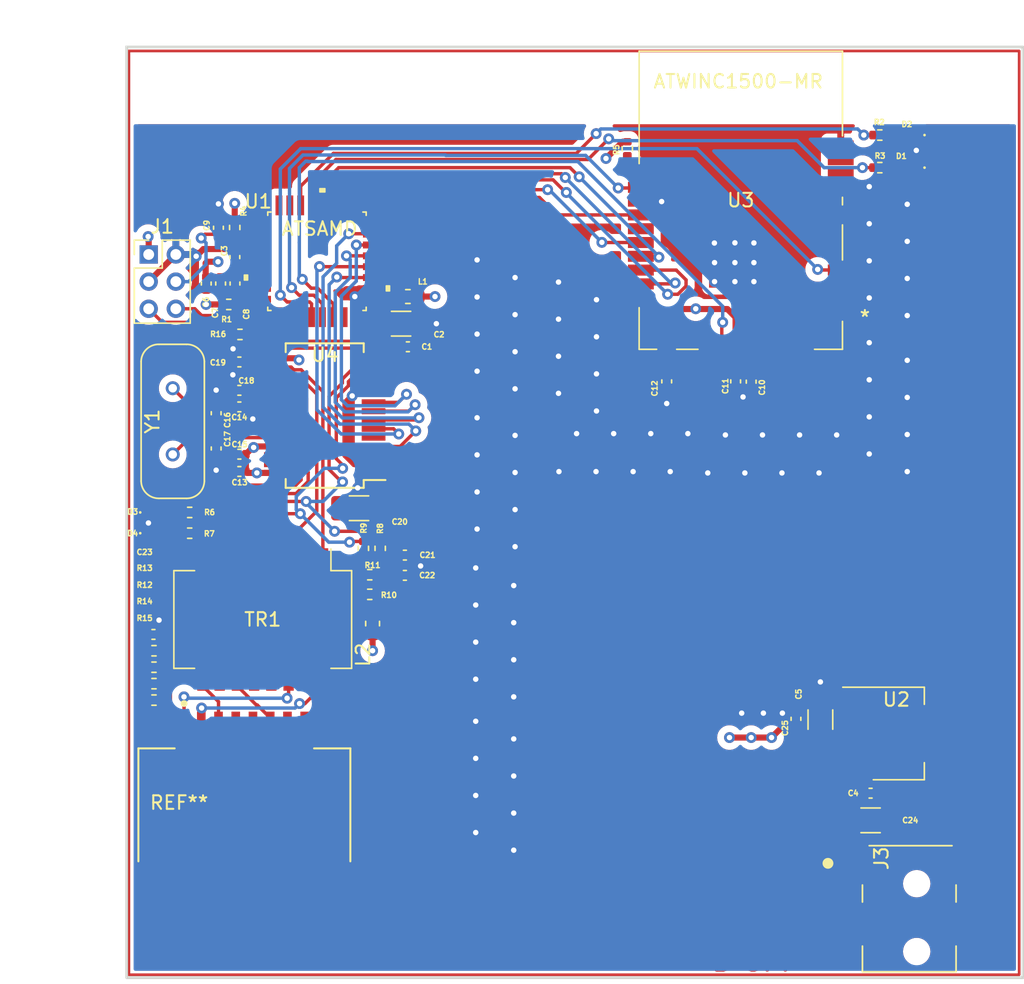
<source format=kicad_pcb>
(kicad_pcb (version 20211014) (generator pcbnew)
  (title_block (title "USMR Engineering Board") (date "2022-11-10") (rev "v1.3") (company "DCA"))
  (layers (0 "F.Cu" signal) (1 "In1.Cu" signal) (2 "In2.Cu" signal) (31 "B.Cu" signal) (34 "B.Paste" user) (35 "F.Paste" user) (36 "B.SilkS" user "B.Silkscreen") (37 "F.SilkS" user "F.Silkscreen") (38 "B.Mask" user) (39 "F.Mask" user) (44 "Edge.Cuts" user))
  (net 0 "")
  (net 1 "Net-(C1-Pad1)")
  (net 2 "GND")
  (net 3 "Net-(C3-Pad1)")
  (net 4 "Net-(C24-Pad1)")
  (net 5 "VDD")
  (net 6 "Net-(C9-Pad1)")
  (net 7 "Net-(C10-Pad1)")
  (net 8 "Net-(C16-Pad2)")
  (net 9 "Net-(C17-Pad2)")
  (net 10 "Net-(C20-Pad1)")
  (net 11 "Net-(C21-Pad1)")
  (net 12 "Net-(C22-Pad1)")
  (net 13 "Net-(C23-Pad1)")
  (net 14 "Net-(D1-Pad2)")
  (net 15 "Net-(D2-Pad2)")
  (net 16 "Net-(D3-Pad2)")
  (net 17 "Net-(D4-Pad2)")
  (net 18 "Net-(J1-Pad5)")
  (net 19 "Net-(J1-Pad6)")
  (net 20 "Net-(J2-Pad1)")
  (net 21 "Net-(J2-Pad2)")
  (net 22 "Net-(J2-Pad3)")
  (net 23 "Net-(J2-Pad4)")
  (net 24 "Net-(J2-Pad6)")
  (net 25 "Net-(J2-Pad7)")
  (net 26 "Net-(R2-Pad2)")
  (net 27 "Net-(R3-Pad2)")
  (net 28 "Net-(R5-Pad2)")
  (net 29 "Net-(R6-Pad1)")
  (net 30 "Net-(R7-Pad2)")
  (net 31 "Net-(R8-Pad1)")
  (net 32 "Net-(R9-Pad2)")
  (net 33 "Net-(R10-Pad1)")
  (net 34 "Net-(R11-Pad2)")
  (net 35 "Net-(R12-Pad1)")
  (net 36 "Net-(R13-Pad1)")
  (net 37 "Net-(R16-Pad1)")
  (net 39 "ENC_EXTINT")
  (net 40 "WINC_EXTINT")
  (net 41 "ENC_RESET")
  (net 42 "WINC_RESET")
  (net 43 "WINC_WAKE")
  (net 44 "WINC_CHIP_EN")
  (net 47 "ENC_MOSI")
  (net 48 "ENC_MISO")
  (net 49 "ENC_SCK")
  (net 50 "ENC_SS")
  (net 53 "WINC_MOSI")
  (net 54 "WINC_MISO")
  (net 55 "WINC_SS")
  (net 61 "WINC_SCK")
  (footprint "Capacitor_SMD:C_0402_1005Metric" (layer "F.Cu") (at 206.839999 109.639999 -90)
    (fp_text reference "C6")
    (fp_text value "100nF")
  )
  (footprint "Capacitor_SMD:C_0402_1005Metric" (layer "F.Cu") (at 221.48 129.656668)
    (fp_text reference "C21")
    (fp_text value "0.1uF")
  )
  (footprint "Capacitor_SMD:C_0402_1005Metric" (layer "F.Cu") (at 209.281645 115.421601 180)
    (fp_text reference "C19")
    (fp_text value "100nF")
  )
  (footprint "Transformer_SMD:Transformer_Ethernet_Bourns_PT61017PEL" (layer "F.Cu") (at 211.005 134.4 -90)
    (fp_text reference "TR1")
    (fp_text value "1:1CT")
  )
  (footprint "LED_SMD:LED_0402_1005Metric" (layer "F.Cu") (at 258.685 98.7 180)
    (fp_text reference "D2")
    (fp_text value "LED")
  )
  (footprint "Capacitor_SMD:C_1206_3216Metric" (layer "F.Cu") (at 218.1 126.2 180)
    (fp_text reference "C20")
    (fp_text value "10uF")
  )
  (footprint "Capacitor_SMD:C_0402_1005Metric" (layer "F.Cu") (at 209.281645 117.511601 180)
    (fp_text reference "C18")
    (fp_text value "100nF")
  )
  (footprint "LED_SMD:LED_0402_1005Metric" (layer "F.Cu") (at 203.065965 126.508944)
    (fp_text reference "D3")
    (fp_text value "LED")
  )
  (footprint "Resistor_SMD:R_0402_1005Metric" (layer "F.Cu") (at 205.620965 126.508944 180)
    (fp_text reference "R6")
    (fp_text value "330Ω")
  )
  (footprint "Resistor_SMD:R_0402_1005Metric" (layer "F.Cu") (at 219.66 129.156668 -90)
    (fp_text reference "R8")
    (fp_text value "50Ω")
  )
  (footprint "Capacitor_SMD:C_0402_1005Metric" (layer "F.Cu") (at 221.7 114.3)
    (fp_text reference "C1")
    (fp_text value "100nF")
  )
  (footprint "2022-10-03_01-58-55:ATSAMD20E18A-AU" (layer "F.Cu") (at 214.999999 107.999999 90)
    (fp_text reference "U1")
    (fp_text value "ATSAMD")
  )
  (footprint "Capacitor_SMD:C_0402_1005Metric" (layer "F.Cu") (at 209.281645 122.21687)
    (fp_text reference "C15")
    (fp_text value "100nF")
  )
  (footprint "LED_SMD:LED_0402_1005Metric" (layer "F.Cu") (at 258.685 101.1 180)
    (fp_text reference "D1")
    (fp_text value "LED")
  )
  (footprint "Capacitor_SMD:C_0402_1005Metric" (layer "F.Cu") (at 207.571645 121.796601 90)
    (fp_text reference "C17")
    (fp_text value "18pF")
  )
  (footprint "Capacitor_SMD:C_0402_1005Metric" (layer "F.Cu") (at 207.571645 119.196601 -90)
    (fp_text reference "C16")
    (fp_text value "18pF")
  )
  (footprint "barrel:CUI_PJ-018H-SMT-TR" (layer "F.Cu") (at 254.648911 152.368819 90)
    (fp_text reference "J3")
    (fp_text value "Barrel_Jack_Switch")
  )
  (footprint "Capacitor_SMD:C_0402_1005Metric" (layer "F.Cu") (at 207.899999 109.639999 -90)
    (fp_text reference "C7")
    (fp_text value "33nF")
  )
  (footprint "Resistor_SMD:R_0402_1005Metric" (layer "F.Cu") (at 202.99 139.127398 180)
    (fp_text reference "R14")
    (fp_text value "75Ω")
  )
  (footprint "Package_TO_SOT_SMD:SOT-223-3_TabPin2" (layer "F.Cu") (at 257.85 142.8)
    (fp_text reference "U2")
    (fp_text value "LD1117S33TR_SOT223")
  )
  (footprint "Capacitor_SMD:C_1206_3216Metric" (layer "F.Cu") (at 252.1 141.775 90)
    (fp_text reference "C5")
    (fp_text value "10uF")
  )
  (footprint "Capacitor_SMD:C_0402_1005Metric" (layer "F.Cu") (at 207.739999 105.529999 90)
    (fp_text reference "C9")
    (fp_text value "100nF")
  )
  (footprint "Capacitor_SMD:C_0402_1005Metric" (layer "F.Cu") (at 240.774998 116.852 -90)
    (fp_text reference "C12")
    (fp_text value "100nF")
  )
  (footprint "Resistor_SMD:R_0402_1005Metric" (layer "F.Cu") (at 209.326645 113.391601 180)
    (fp_text reference "R16")
    (fp_text value "2.32kΩ")
  )
  (footprint "Resistor_SMD:R_0402_1005Metric" (layer "F.Cu") (at 208.5 111.181)
    (fp_text reference "R1")
    (fp_text value "1k")
  )
  (footprint "Capacitor_SMD:C_0402_1005Metric" (layer "F.Cu") (at 221.48 131.146668)
    (fp_text reference "C22")
    (fp_text value "0.1uF")
  )
  (footprint "Resistor_SMD:R_0402_1005Metric" (layer "F.Cu") (at 202.99 136.702466 180)
    (fp_text reference "R13")
    (fp_text value "75Ω")
  )
  (footprint "ATWINK1500REAL:ATWINC1500-MR210PB1961" (layer "F.Cu") (at 246.234998 103.502)
    (fp_text reference "U3")
    (fp_text value "ATWINC1500-MR")
  )
  (footprint "Capacitor_SMD:C_0402_1005Metric" (layer "F.Cu") (at 246.999513 116.873358 -90)
    (fp_text reference "C10")
    (fp_text value "100nF")
  )
  (footprint "Resistor_SMD:R_0402_1005Metric" (layer "F.Cu") (at 202.99 140.339866 180)
    (fp_text reference "R15")
    (fp_text value "75Ω")
  )
  (footprint "Capacitor_SMD:C_0402_1005Metric" (layer "F.Cu") (at 209.281645 118.731601 180)
    (fp_text reference "C14")
    (fp_text value "100nF")
  )
  (footprint "Resistor_SMD:R_0402_1005Metric" (layer "F.Cu") (at 205.620965 128.038944)
    (fp_text reference "R7")
    (fp_text value "330Ω")
  )
  (footprint "Resistor_SMD:R_0402_1005Metric" (layer "F.Cu") (at 237.869996 99.704 -90)
    (fp_text reference "R5")
    (fp_text value "1M")
  )
  (footprint "eec:Amphenol_ICC-RJLSE4208101T-MFG" (layer "F.Cu") (at 209.65 152.533)
    (fp_text reference "REF**")
    (fp_text value "")
  )
  (footprint "Capacitor_SMD:C_0402_1005Metric" (layer "F.Cu") (at 208.959999 109.639999 -90)
    (fp_text reference "C8")
    (fp_text value "1nF")
  )
  (footprint "Resistor_SMD:R_0402_1005Metric" (layer "F.Cu") (at 218.89 132.546668)
    (fp_text reference "R10")
    (fp_text value "50Ω")
  )
  (footprint "Capacitor_SMD:C_0402_1005Metric" (layer "F.Cu") (at 208.949999 107.689999 90)
    (fp_text reference "C3")
    (fp_text value "1uF")
  )
  (footprint "Resistor_SMD:R_0402_1005Metric" (layer "F.Cu") (at 208.939999 105.509999 -90)
    (fp_text reference "R4")
    (fp_text value "10k")
  )
  (footprint "Resistor_SMD:R_0402_1005Metric" (layer "F.Cu") (at 202.99 137.914932 180)
    (fp_text reference "R12")
    (fp_text value "75Ω")
  )
  (footprint "Capacitor_SMD:C_1206_3216Metric" (layer "F.Cu") (at 221.2 112.6)
    (fp_text reference "C2")
    (fp_text value "10uF")
  )
  (footprint "Capacitor_SMD:C_0402_1005Metric" (layer "F.Cu") (at 202.95 135.5)
    (fp_text reference "C23")
    (fp_text value "1nF")
  )
  (footprint "LED_SMD:LED_0402_1005Metric" (layer "F.Cu") (at 203.065965 128.038944)
    (fp_text reference "D4")
    (fp_text value "LED")
  )
  (footprint "Capacitor_SMD:C_0402_1005Metric" (layer "F.Cu") (at 245.854998 116.852 -90)
    (fp_text reference "C11")
    (fp_text value "100nF")
  )
  (footprint "Package_SO:SSOP-28_5.3x10.2mm_P0.65mm" (layer "F.Cu") (at 215.571645 119.371601 180)
    (fp_text reference "U4")
    (fp_text value "ENC28J60")
  )
  (footprint "Capacitor_SMD:C_1206_3216Metric" (layer "F.Cu") (at 255.8 149.2)
    (fp_text reference "C24")
    (fp_text value "10uF")
  )
  (footprint "Connector_PinHeader_2.00mm:PinHeader_2x03_P2.00mm_Vertical" (layer "F.Cu") (at 202.6 107.5)
    (fp_text reference "J1")
    (fp_text value "Conn_02x03_Counter_Clockwise")
  )
  (footprint "Inductor_SMD:L_0603_1608Metric" (layer "F.Cu") (at 219.1 134.7 -90)
    (fp_text reference "L2")
    (fp_text value "10uH")
  )
  (footprint "Resistor_SMD:R_0402_1005Metric" (layer "F.Cu") (at 218.42 129.156668 90)
    (fp_text reference "R9")
    (fp_text value "50Ω")
  )
  (footprint "Capacitor_SMD:C_0402_1005Metric" (layer "F.Cu") (at 250.3 141.72 90)
    (fp_text reference "C25")
    (fp_text value "0.1uF")
  )
  (footprint "Capacitor_SMD:C_0402_1005Metric" (layer "F.Cu") (at 209.281645 123.491601)
    (fp_text reference "C13")
    (fp_text value "100nF")
  )
  (footprint "Resistor_SMD:R_0402_1005Metric" (layer "F.Cu") (at 256.48 98.7 180)
    (fp_text reference "R2")
    (fp_text value "330")
  )
  (footprint "Inductor_SMD:L_0603_1608Metric" (layer "F.Cu") (at 221.7 110.6 180)
    (fp_text reference "L1")
    (fp_text value "10uH")
  )
  (footprint "osc:XTAL_ECS-160-20-4X" (layer "F.Cu") (at 204.371645 119.796601 90)
    (fp_text reference "Y1")
    (fp_text value "25MHz")
  )
  (footprint "Resistor_SMD:R_0402_1005Metric" (layer "F.Cu") (at 218.89 131.1 180)
    (fp_text reference "R11")
    (fp_text value "50Ω")
  )
  (footprint "Capacitor_SMD:C_0402_1005Metric" (layer "F.Cu") (at 255.8 147.2)
    (fp_text reference "C4")
    (fp_text value "0.1uF")
  )
  (footprint "Resistor_SMD:R_0402_1005Metric" (layer "F.Cu") (at 256.48 101.1 180)
    (fp_text reference "R3")
    (fp_text value "330")
  )
  (gr_rect (start 201.14 92.5) (end 266.75 160.58) (layer "F.Cu") (width 0.2) (fill none))
  (gr_rect (start 200.98 92.21) (end 267.02 160.8) (layer "Edge.Cuts") (width 0.2) (fill none))
  (gr_text "DCA" (at 246.86 159.29) (layer "F.Cu") (effects (font (size 2 2) (thickness 0.3) italic)))
  (gr_text "ENGINEERING BOARD v1.3\n" (at 233.68 159.61) (layer "F.Cu") (effects (font (size 1 1) (thickness 0.25) italic)))
  (segment (start 219.118998 110.799998) (end 219.118998 111.993998) (width 0.25) (layer "F.Cu") (net 1))
  (segment (start 221.22 114.095) (end 219.725 112.6) (width 0.25) (layer "F.Cu") (net 1))
  (segment (start 219.318996 110.6) (end 219.118998 110.799998) (width 0.25) (layer "F.Cu") (net 1))
  (segment (start 219.118998 111.993998) (end 219.725 112.6) (width 0.25) (layer "F.Cu") (net 1))
  (segment (start 221.22 114.3) (end 221.22 114.095) (width 0.25) (layer "F.Cu") (net 1))
  (segment (start 220.9125 110.6) (end 219.318996 110.6) (width 0.25) (layer "F.Cu") (net 1))
  (segment (start 207.571645 122.276601) (end 208.741914 122.276601) (width 0.45) (layer "F.Cu") (net 2))
  (segment (start 219.118998 110) (end 218.1 110) (width 0.45) (layer "F.Cu") (net 2))
  (segment (start 222.18 113.095) (end 222.675 112.6) (width 0.45) (layer "F.Cu") (net 2))
  (segment (start 250.3 141.24) (end 249.36 141.24) (width 0.45) (layer "F.Cu") (net 2))
  (segment (start 208.816645 114.451601) (end 208.816645 115.406601) (width 0.45) (layer "F.Cu") (net 2))
  (segment (start 210.497145 119.396601) (end 210.271645 119.622101) (width 0.45) (layer "F.Cu") (net 2))
  (segment (start 202.580965 128.038944) (end 202.580965 127.287281) (width 0.45) (layer "F.Cu") (net 2))
  (segment (start 207.571645 118.716601) (end 207.571645 117.496601) (width 0.45) (layer "F.Cu") (net 2))
  (segment (start 254.7 140.5) (end 252.3 140.5) (width 0.45) (layer "F.Cu") (net 2))
  (segment (start 217.596444 117.673914) (end 217.596444 117.9214) (width 0.45) (layer "F.Cu") (net 2))
  (segment (start 222.18 114.3) (end 222.18 113.095) (width 0.45) (layer "F.Cu") (net 2))
  (segment (start 206.629998 107.1) (end 208.85 107.1) (width 0.45) (layer "F.Cu") (net 2))
  (segment (start 217.1 122.3) (end 217.1 118.417844) (width 0.45) (layer "F.Cu") (net 2))
  (segment (start 207.571645 122.276601) (end 207.571645 123.396601) (width 0.45) (layer "F.Cu") (net 2))
  (segment (start 211.971645 119.396601) (end 210.497145 119.396601) (width 0.45) (layer "F.Cu") (net 2))
  (segment (start 250.3 141.24) (end 251.16 141.24) (width 0.45) (layer "F.Cu") (net 2))
  (segment (start 247.2 108.1) (end 247.192 108.092) (width 0.45) (layer "F.Cu") (net 2))
  (segment (start 208.801645 117.466601) (end 208.801645 117.511601) (width 0.45) (layer "F.Cu") (net 2))
  (segment (start 207.571645 118.716601) (end 208.786645 118.716601) (width 0.45) (layer "F.Cu") (net 2))
  (segment (start 207.739999 105.049999) (end 207.739999 103.769999) (width 0.45) (layer "F.Cu") (net 2))
  (segment (start 208.959999 110.119999) (end 207.899999 110.119999) (width 0.45) (layer "F.Cu") (net 2))
  (segment (start 251.16 141.24) (end 252.1 140.3) (width 0.45) (layer "F.Cu") (net 2))
  (segment (start 207.666645 123.491601) (end 207.571645 123.396601) (width 0.45) (layer "F.Cu") (net 2))
  (segment (start 246.38 117.98) (end 246.4 118) (width 0.45) (layer "F.Cu") (net 2))
  (segment (start 246.38 117.38) (end 246.38 117.98) (width 0.45) (layer "F.Cu") (net 2))
  (segment (start 208.801645 115.421601) (end 208.801645 116.366601) (width 0.45) (layer "F.Cu") (net 2))
  (segment (start 208.801645 117.511601) (end 207.586645 117.511601) (width 0.45) (layer "F.Cu") (net 2))
  (segment (start 205.97 107.5) (end 206.099999 107.629999) (width 0.45) (layer "F.Cu") (net 2))
  (segment (start 206.080498 107.6495) (end 206.099999 107.629999) (width 0.45) (layer "F.Cu") (net 2))
  (segment (start 208.816645 115.406601) (end 208.801645 115.421601) (width 0.45) (layer "F.Cu") (net 2))
  (segment (start 217.871645 117.096601) (end 217.871645 117.398713) (width 0.45) (layer "F.Cu") (net 2))
  (segment (start 206.279999 110.119999) (end 206.080498 109.920498) (width 0.45) (layer "F.Cu") (net 2))
  (segment (start 203.385824 134.472943) (end 203.361103 134.448222) (width 0.45) (layer "F.Cu") (net 2))
  (segment (start 208.85 107.1) (end 208.959999 107.209999) (width 0.45) (layer "F.Cu") (net 2))
  (segment (start 219.171645 117.096601) (end 217.871645 117.096601) (width 0.45) (layer "F.Cu") (net 2))
  (segment (start 222.574102 130.51833) (end 222.637843 130.454589) (width 0.45) (layer "F.Cu") (net 2))
  (segment (start 211.971645 119.396601) (end 211.971645 119.046601) (width 0.45) (layer "F.Cu") (net 2))
  (segment (start 202.580965 126.508944) (end 202.580965 127.287281) (width 0.45) (layer "F.Cu") (net 2))
  (segment (start 222.675 112.6) (end 223.8 112.6) (width 0.45) (layer "F.Cu") (net 2))
  (segment (start 206.839999 110.119999) (end 206.279999 110.119999) (width 0.45) (layer "F.Cu") (net 2))
  (segment (start 214.1 118.4) (end 213.453399 119.046601) (width 0.45) (layer "F.Cu") (net 2))
  (segment (start 217.1 118.417844) (end 217.596444 117.9214) (width 0.45) (layer "F.Cu") (net 2))
  (segment (start 252.1 140.3) (end 252.1 139) (width 0.45) (layer "F.Cu") (net 2))
  (segment (start 217.746601 122.946601) (end 217.1 122.3) (width 0.45) (layer "F.Cu") (net 2))
  (segment (start 203.385824 135.5) (end 203.385824 134.472943) (width 0.45) (layer "F.Cu") (net 2))
  (segment (start 208.786645 118.716601) (end 208.801645 118.731601) (width 0.45) (layer "F.Cu") (net 2))
  (segment (start 247.9 141.3) (end 246.3 141.3) (width 0.45) (layer "F.Cu") (net 2))
  (segment (start 209.669999 107.209999) (end 210.06 107.6) (width 0.45) (layer "F.Cu") (net 2))
  (segment (start 238.869996 103.57) (end 240.37 103.57) (width 0.45) (layer "F.Cu") (net 2))
  (segment (start 208.810965 123.500921) (end 208.801645 123.491601) (width 0.45) (layer "F.Cu") (net 2))
  (segment (start 208.741914 122.276601) (end 208.801645 122.21687) (width 0.45) (layer "F.Cu") (net 2))
  (segment (start 247.192 108.092) (end 245.749998 108.092) (width 0.45) (layer "F.Cu") (net 2))
  (segment (start 221.96 129.656668) (end 221.96 130.51833) (width 0.45) (layer "F.Cu") (net 2))
  (segment (start 217.788497 110.311503) (end 217.788497 110.6) (width 0.45) (layer "F.Cu") (net 2))
  (segment (start 208.959999 107.209999) (end 209.669999 107.209999) (width 0.45) (layer "F.Cu") (net 2))
  (segment (start 213.396601 117.096601) (end 214.1 117.8) (width 0.45) (layer "F.Cu") (net 2))
  (segment (start 208.801645 123.491601) (end 207.666645 123.491601) (width 0.45) (layer "F.Cu") (net 2))
  (segment (start 217.871645 117.398713) (end 217.596444 117.673914) (width 0.45) (layer "F.Cu") (net 2))
  (segment (start 213.453399 119.046601) (end 211.971645 119.046601) (width 0.45) (layer "F.Cu") (net 2))
  (segment (start 247 117.38) (end 246.38 117.38) (width 0.45) (layer "F.Cu") (net 2))
  (segment (start 208.801645 123.491601) (end 208.801645 122.21687) (width 0.45) (layer "F.Cu") (net 2))
  (segment (start 214.1 117.8) (end 214.1 118.4) (width 0.45) (layer "F.Cu") (net 2))
  (segment (start 211.971645 117.096601) (end 213.396601 117.096601) (width 0.45) (layer "F.Cu") (net 2))
  (segment (start 219.171645 122.946601) (end 217.746601 122.946601) (width 0.45) (layer "F.Cu") (net 2))
  (segment (start 259.17 98.7) (end 259.17 101.1) (width 0.45) (layer "F.Cu") (net 2))
  (segment (start 246.38 117.38) (end 245.902998 117.38) (width 0.45) (layer "F.Cu") (net 2))
  (segment (start 216.625 126.2) (end 218 124.825) (width 0.45) (layer "F.Cu") (net 2))
  (segment (start 206.080498 109.920498) (end 206.080498 107.6495) (width 0.45) (layer "F.Cu") (net 2))
  (segment (start 245.902998 117.38) (end 245.854998 117.332) (width 0.45) (layer "F.Cu") (net 2))
  (segment (start 240.37 103.57) (end 240.4 103.6) (width 0.45) (layer "F.Cu") (net 2))
  (segment (start 204.6 107.5) (end 205.97 107.5) (width 0.45) (layer "F.Cu") (net 2))
  (segment (start 207.899999 110.119999) (end 206.839999 110.119999) (width 0.45) (layer "F.Cu") (net 2))
  (segment (start 247.2 108.1) (end 247.2 106.649642) (width 0.45) (layer "F.Cu") (net 2))
  (segment (start 207.586645 117.511601) (end 207.571645 117.496601) (width 0.45) (layer "F.Cu") (net 2))
  (segment (start 221.96 130.51833) (end 221.96 131.146668) (width 0.45) (layer "F.Cu") (net 2))
  (segment (start 263.2 153) (end 263.298911 152.368819) (width 0.45) (layer "F.Cu") (net 2))
  (segment (start 240.774998 117.332) (end 240.774998 118.482) (width 0.45) (layer "F.Cu") (net 2))
  (segment (start 252.3 140.5) (end 252.1 140.3) (width 0.45) (layer "F.Cu") (net 2))
  (segment (start 221.96 130.51833) (end 222.574102 130.51833) (width 0.45) (layer "F.Cu") (net 2))
  (segment (start 218 124.825) (end 218 124.7) (width 0.45) (layer "F.Cu") (net 2))
  (segment (start 218.1 110) (end 217.788497 110.311503) (width 0.45) (layer "F.Cu") (net 2))
  (segment (start 208.801645 117.511601) (end 208.801645 118.731601) (width 0.45) (layer "F.Cu") (net 2))
  (segment (start 208.816645 113.391601) (end 208.816645 114.451601) (width 0.45) (layer "F.Cu") (net 2))
  (segment (start 211.971645 119.696601) (end 211.971645 119.396601) (width 0.45) (layer "F.Cu") (net 2))
  (segment (start 208.811914 113.41687) (end 208.801645 113.406601) (width 0.45) (layer "F.Cu") (net 2))
  (segment (start 206.099999 107.629999) (end 206.629998 107.1) (width 0.45) (layer "F.Cu") (net 2))
  (segment (start 210.06 107.6) (end 210.881 107.6) (width 0.45) (layer "F.Cu") (net 2))
  (segment (start 202.6 109.5) (end 204.6 107.5) (width 0.45) (layer "F.Cu") (net 2))
  (segment (start 249.36 141.24) (end 249.3 141.3) (width 0.45) (layer "F.Cu") (net 2))
  (segment (start 208.801645 116.366601) (end 208.801645 117.466601) (width 0.45) (layer "F.Cu") (net 2))
  (segment (start 249.3 141.3) (end 247.9 141.3) (width 0.45) (layer "F.Cu") (net 2))
  (via (at 226.7 144.633333) (size 0.8) (drill 0.4) (layers "F.Cu" "B.Cu") (net 2))
  (via (at 232.8 117.733334) (size 0.8) (drill 0.4) (layers "F.Cu" "B.Cu") (net 2))
  (via (at 229.5 134.633333) (size 0.8) (drill 0.4) (layers "F.Cu" "B.Cu") (net 2))
  (via (at 258.5 115.3) (size 0.8) (drill 0.4) (layers "F.Cu" "B.Cu") (net 2))
  (via (at 229.5 143.2) (size 0.8) (drill 0.4) (layers "F.Cu" "B.Cu") (net 2))
  (via (at 255.7 110.7) (size 0.8) (drill 0.4) (layers "F.Cu" "B.Cu") (net 2))
  (via (at 226.7 138.8) (size 0.8) (drill 0.4) (layers "F.Cu" "B.Cu") (net 2))
  (via (at 229.6 123.566667) (size 0.8) (drill 0.4) (layers "F.Cu" "B.Cu") (net 2))
  (via (at 236.866667 120.7) (size 0.8) (drill 0.4) (layers "F.Cu" "B.Cu") (net 2))
  (via (at 239.6 120.7) (size 0.8) (drill 0.4) (layers "F.Cu" "B.Cu") (net 2))
  (via (at 258.5 106.533333) (size 0.8) (drill 0.4) (layers "F.Cu" "B.Cu") (net 2))
  (via (at 247.2 106.649642) (size 0.8) (drill 0.4) (layers "F.Cu" "B.Cu") (net 2))
  (via (at 246.4 118) (size 0.8) (drill 0.4) (layers "F.Cu" "B.Cu") (net 2))
  (via (at 232.8 109.533334) (size 0.8) (drill 0.4) (layers "F.Cu" "B.Cu") (net 2))
  (via (at 235.6 116.3) (size 0.8) (drill 0.4) (layers "F.Cu" "B.Cu") (net 2))
  (via (at 245.8 109.5) (size 0.8) (drill 0.4) (layers "F.Cu" "B.Cu") (net 2))
  (via (at 247.9 141.3) (size 0.8) (drill 0.4) (layers "F.Cu" "B.Cu") (net 2))
  (via (at 217.788497 110.6) (size 0.8) (drill 0.4) (layers "F.Cu" "B.Cu") (net 2))
  (via (at 226.8 113.366666) (size 0.8) (drill 0.4) (layers "F.Cu" "B.Cu") (net 2))
  (via (at 252 123.6) (size 0.8) (drill 0.4) (layers "F.Cu" "B.Cu") (net 2))
  (via (at 222.637843 130.454589) (size 0.8) (drill 0.4) (layers "F.Cu" "B.Cu") (net 2))
  (via (at 218 124.7) (size 0.8) (drill 0.4) (layers "F.Cu" "B.Cu") (net 2))
  (via (at 245.1 120.8) (size 0.8) (drill 0.4) (layers "F.Cu" "B.Cu") (net 2))
  (via (at 229.5 140.1) (size 0.8) (drill 0.4) (layers "F.Cu" "B.Cu") (net 2))
  (via (at 217.596444 117.9214) (size 0.8) (drill 0.4) (layers "F.Cu" "B.Cu") (net 2))
  (via (at 240.774998 118.482) (size 0.8) (drill 0.4) (layers "F.Cu" "B.Cu") (net 2))
  (via (at 210.271645 119.622101) (size 0.8) (drill 0.4) (layers "F.Cu" "B.Cu") (net 2))
  (via (at 226.8 110.633333) (size 0.8) (drill 0.4) (layers "F.Cu" "B.Cu") (net 2))
  (via (at 232.833334 123.5) (size 0.8) (drill 0.4) (layers "F.Cu" "B.Cu") (net 2))
  (via (at 240.4 103.6) (size 0.8) (drill 0.4) (layers "F.Cu" "B.Cu") (net 2))
  (via (at 226.8 107.9) (size 0.8) (drill 0.4) (layers "F.Cu" "B.Cu") (net 2))
  (via (at 252.1 139) (size 0.8) (drill 0.4) (layers "F.Cu" "B.Cu") (net 2))
  (via (at 244.3 109.5) (size 0.8) (drill 0.4) (layers "F.Cu" "B.Cu") (net 2))
  (via (at 258.5 103.8) (size 0.8) (drill 0.4) (layers "F.Cu" "B.Cu") (net 2))
  (via (at 255.7 119.466666) (size 0.8) (drill 0.4) (layers "F.Cu" "B.Cu") (net 2))
  (via (at 226.7 133.333333) (size 0.8) (drill 0.4) (layers "F.Cu" "B.Cu") (net 2))
  (via (at 235.6 113.566667) (size 0.8) (drill 0.4) (layers "F.Cu" "B.Cu") (net 2))
  (via (at 223.8 112.6) (size 0.8) (drill 0.4) (layers "F.Cu" "B.Cu") (net 2))
  (via (at 229.5 145.933333) (size 0.8) (drill 0.4) (layers "F.Cu" "B.Cu") (net 2))
  (via (at 244.288672 106.655663) (size 0.8) (drill 0.4) (layers "F.Cu" "B.Cu") (net 2))
  (via (at 234.133334 120.7) (size 0.8) (drill 0.4) (layers "F.Cu" "B.Cu") (net 2))
  (via (at 229.6 129.033334) (size 0.8) (drill 0.4) (layers "F.Cu" "B.Cu") (net 2))
  (via (at 226.8 116.1) (size 0.8) (drill 0.4) (layers "F.Cu" "B.Cu") (net 2))
  (via (at 249.3 141.3) (size 0.8) (drill 0.4) (layers "F.Cu" "B.Cu") (net 2))
  (via (at 226.8 127.733334) (size 0.8) (drill 0.4) (layers "F.Cu" "B.Cu") (net 2))
  (via (at 206.099999 107.629999) (size 0.8) (drill 0.4) (layers "F.Cu" "B.Cu") (net 2))
  (via (at 229.6 111.933333) (size 0.8) (drill 0.4) (layers "F.Cu" "B.Cu") (net 2))
  (via (at 229.5 137.366666) (size 0.8) (drill 0.4) (layers "F.Cu" "B.Cu") (net 2))
  (via (at 255.7 102.5) (size 0.8) (drill 0.4) (layers "F.Cu" "B.Cu") (net 2))
  (via (at 226.7 150.1) (size 0.8) (drill 0.4) (layers "F.Cu" "B.Cu") (net 2))
  (via (at 249.266666 123.6) (size 0.8) (drill 0.4) (layers "F.Cu" "B.Cu") (net 2))
  (via (at 245.8 108.1) (size 0.8) (drill 0.4) (layers "F.Cu" "B.Cu") (net 2))
  (via (at 207.571645 117.496601) (size 0.8) (drill 0.4) (layers "F.Cu" "B.Cu") (net 2))
  (via (at 255.7 107.966666) (size 0.8) (drill 0.4) (layers "F.Cu" "B.Cu") (net 2))
  (via (at 235.6 110.833334) (size 0.8) (drill 0.4) (layers "F.Cu" "B.Cu") (net 2))
  (via (at 226.8 125) (size 0.8) (drill 0.4) (layers "F.Cu" "B.Cu") (net 2))
  (via (at 229.6 109.2) (size 0.8) (drill 0.4) (layers "F.Cu" "B.Cu") (net 2))
  (via (at 243.8 123.6) (size 0.8) (drill 0.4) (layers "F.Cu" "B.Cu") (net 2))
  (via (at 226.8 122.266667) (size 0.8) (drill 0.4) (layers "F.Cu" "B.Cu") (net 2))
  (via (at 226.7 130.6) (size 0.8) (drill 0.4) (layers "F.Cu" "B.Cu") (net 2))
  (via (at 258.5 118.033333) (size 0.8) (drill 0.4) (layers "F.Cu" "B.Cu") (net 2))
  (via (at 232.8 112.266667) (size 0.8) (drill 0.4) (layers "F.Cu" "B.Cu") (net 2))
  (via (at 246.533333 123.6) (size 0.8) (drill 0.4) (layers "F.Cu" "B.Cu") (net 2))
  (via (at 247.833333 120.8) (size 0.8) (drill 0.4) (layers "F.Cu" "B.Cu") (net 2))
  (via (at 244.3 108.1) (size 0.8) (drill 0.4) (layers "F.Cu" "B.Cu") (net 2))
  (via (at 229.5 148.666666) (size 0.8) (drill 0.4) (layers "F.Cu" "B.Cu") (net 2))
  (via (at 258.5 109.266666) (size 0.8) (drill 0.4) (layers "F.Cu" "B.Cu") (net 2))
  (via (at 258.5 120.766666) (size 0.8) (drill 0.4) (layers "F.Cu" "B.Cu") (net 2))
  (via (at 229.6 120.833334) (size 0.8) (drill 0.4) (layers "F.Cu" "B.Cu") (net 2))
  (via (at 235.6 119.033334) (size 0.8) (drill 0.4) (layers "F.Cu" "B.Cu") (net 2))
  (via (at 259.17 99.83) (size 0.8) (drill 0.4) (layers "F.Cu" "B.Cu") (net 2))
  (via (at 226.7 147.366666) (size 0.8) (drill 0.4) (layers "F.Cu" "B.Cu") (net 2))
  (via (at 255.7 122.2) (size 0.8) (drill 0.4) (layers "F.Cu" "B.Cu") (net 2))
  (via (at 202.580965 127.287281) (size 0.8) (drill 0.4) (layers "F.Cu" "B.Cu") (net 2))
  (via (at 255.7 105.233333) (size 0.8) (drill 0.4) (layers "F.Cu" "B.Cu") (net 2))
  (via (at 255.7 114) (size 0.8) (drill 0.4) (layers "F.Cu" "B.Cu") (net 2))
  (via (at 207.739999 103.769999) (size 0.8) (drill 0.4) (layers "F.Cu" "B.Cu") (net 2))
  (via (at 226.8 119.533334) (size 0.8) (drill 0.4) (layers "F.Cu" "B.Cu") (net 2))
  (via (at 207.571645 123.396601) (size 0.8) (drill 0.4) (layers "F.Cu" "B.Cu") (net 2))
  (via (at 208.801645 116.366601) (size 0.8) (drill 0.4) (layers "F.Cu" "B.Cu") (net 2))
  (via (at 245.8 106.640884) (size 0.8) (drill 0.4) (layers "F.Cu" "B.Cu") (net 2))
  (via (at 226.7 136.066666) (size 0.8) (drill 0.4) (layers "F.Cu" "B.Cu") (net 2))
  (via (at 242.333334 120.7) (size 0.8) (drill 0.4) (layers "F.Cu" "B.Cu") (net 2))
  (via (at 208.816645 114.451601) (size 0.8) (drill 0.4) (layers "F.Cu" "B.Cu") (net 2))
  (via (at 229.6 114.666666) (size 0.8) (drill 0.4) (layers "F.Cu" "B.Cu") (net 2))
  (via (at 235.566667 123.5) (size 0.8) (drill 0.4) (layers "F.Cu" "B.Cu") (net 2))
  (via (at 247.2 108.1) (size 0.8) (drill 0.4) (layers "F.Cu" "B.Cu") (net 2))
  (via (at 241.033334 123.5) (size 0.8) (drill 0.4) (layers "F.Cu" "B.Cu") (net 2))
  (via (at 253.3 120.8) (size 0.8) (drill 0.4) (layers "F.Cu" "B.Cu") (net 2))
  (via (at 229.5 151.4) (size 0.8) (drill 0.4) (layers "F.Cu" "B.Cu") (net 2))
  (via (at 258.5 112) (size 0.8) (drill 0.4) (layers "F.Cu" "B.Cu") (net 2))
  (via (at 203.361103 134.448222) (size 0.8) (drill 0.4) (layers "F.Cu" "B.Cu") (net 2))
  (via (at 226.7 141.9) (size 0.8) (drill 0.4) (layers "F.Cu" "B.Cu") (net 2))
  (via (at 255.7 116.733333) (size 0.8) (drill 0.4) (layers "F.Cu" "B.Cu") (net 2))
  (via (at 229.6 126.3) (size 0.8) (drill 0.4) (layers "F.Cu" "B.Cu") (net 2))
  (via (at 250.566666 120.8) (size 0.8) (drill 0.4) (layers "F.Cu" "B.Cu") (net 2))
  (via (at 238.3 123.5) (size 0.8) (drill 0.4) (layers "F.Cu" "B.Cu") (net 2))
  (via (at 246.3 141.3) (size 0.8) (drill 0.4) (layers "F.Cu" "B.Cu") (net 2))
  (via (at 229.6 117.4) (size 0.8) (drill 0.4) (layers "F.Cu" "B.Cu") (net 2))
  (via (at 229.5 131.9) (size 0.8) (drill 0.4) (layers "F.Cu" "B.Cu") (net 2))
  (via (at 258.5 123.5) (size 0.8) (drill 0.4) (layers "F.Cu" "B.Cu") (net 2))
  (via (at 232.8 115) (size 0.8) (drill 0.4) (layers "F.Cu" "B.Cu") (net 2))
  (via (at 247.2 109.5) (size 0.8) (drill 0.4) (layers "F.Cu" "B.Cu") (net 2))
  (segment (start 209.919998 108.399998) (end 209.689999 108.169999) (width 0.25) (layer "F.Cu") (net 3))
  (segment (start 209.689999 108.169999) (end 208.959999 108.169999) (width 0.25) (layer "F.Cu") (net 3))
  (segment (start 210.881 108.399998) (end 209.919998 108.399998) (width 0.25) (layer "F.Cu") (net 3))
  (segment (start 254.648911 152.368819) (end 254.648911 149.523911) (width 0.25) (layer "F.Cu") (net 4))
  (segment (start 254.648911 149.523911) (end 254.325 149.2) (width 0.25) (layer "F.Cu") (net 4))
  (segment (start 254.325 148.195) (end 255.32 147.2) (width 0.25) (layer "F.Cu") (net 4))
  (segment (start 254.325 149.2) (end 254.325 148.195) (width 0.25) (layer "F.Cu") (net 4))
  (segment (start 254.7 146.58) (end 255.32 147.2) (width 0.25) (layer "F.Cu") (net 4))
  (segment (start 254.7 145.1) (end 254.7 146.58) (width 0.25) (layer "F.Cu") (net 4))
  (segment (start 245.854998 116.372) (end 245.854998 114.367001) (width 0.45) (layer "F.Cu") (net 5))
  (segment (start 208.959999 109.159999) (end 207.899999 109.159999) (width 0.45) (layer "F.Cu") (net 5))
  (segment (start 210.331914 121.646601) (end 211.971645 121.646601) (width 0.45) (layer "F.Cu") (net 5))
  (segment (start 219.1 135.4875) (end 219.1 136.7) (width 0.45) (layer "F.Cu") (net 5))
  (segment (start 209.771645 118.731601) (end 210.106645 118.396601) (width 0.45) (layer "F.Cu") (net 5))
  (segment (start 247 143.1) (end 248.5 143.1) (width 0.45) (layer "F.Cu") (net 5))
  (segment (start 210.106645 118.396601) (end 211.971645 118.396601) (width 0.45) (layer "F.Cu") (net 5))
  (segment (start 257.9 142.8) (end 254.7 142.8) (width 0.45) (layer "F.Cu") (net 5))
  (segment (start 209.771645 123.491601) (end 209.876645 123.596601) (width 0.45) (layer "F.Cu") (net 5))
  (segment (start 222.4875 110.6) (end 223.7 110.6) (width 0.45) (layer "F.Cu") (net 5))
  (segment (start 207.899999 109.159999) (end 206.839999 109.159999) (width 0.45) (layer "F.Cu") (net 5))
  (segment (start 251.05 142.2) (end 252.1 143.25) (width 0.45) (layer "F.Cu") (net 5))
  (segment (start 210.046645 115.146601) (end 211.971645 115.146601) (width 0.45) (layer "F.Cu") (net 5))
  (segment (start 211.971645 115.146601) (end 213.550431 115.146601) (width 0.45) (layer "F.Cu") (net 5))
  (segment (start 209.876645 123.596601) (end 210.571645 123.596601) (width 0.45) (layer "F.Cu") (net 5))
  (segment (start 209.669999 109.199999) (end 209.629999 109.159999) (width 0.45) (layer "F.Cu") (net 5))
  (segment (start 202.56 106.18) (end 202.6 106.22) (width 0.45) (layer "F.Cu") (net 5))
  (segment (start 206.8 109.12) (end 206.8 108.139998) (width 0.45) (layer "F.Cu") (net 5))
  (segment (start 245.849998 113.159501) (end 245.849998 112.127501) (width 0.45) (layer "F.Cu") (net 5))
  (segment (start 210.881 109.199999) (end 209.669999 109.199999) (width 0.45) (layer "F.Cu") (net 5))
  (segment (start 237.530549 99.194) (end 236.300049 100.4245) (width 0.45) (layer "F.Cu") (net 5))
  (segment (start 202.6 106.22) (end 202.6 107.5) (width 0.45) (layer "F.Cu") (net 5))
  (segment (start 240.774998 114.367001) (end 240.769998 114.362001) (width 0.45) (layer "F.Cu") (net 5))
  (segment (start 208.939999 104.999999) (end 208.939999 103.729999) (width 0.45) (layer "F.Cu") (net 5))
  (segment (start 209.771645 115.421601) (end 210.046645 115.146601) (width 0.45) (layer "F.Cu") (net 5))
  (segment (start 245.849998 114.362001) (end 245.849998 113.159501) (width 0.45) (layer "F.Cu") (net 5))
  (segment (start 242.974998 111.52) (end 241.284998 111.52) (width 0.45) (layer "F.Cu") (net 5))
  (segment (start 248.5 143.1) (end 249.4 142.2) (width 0.45) (layer "F.Cu") (net 5))
  (segment (start 209.771645 117.511601) (end 210.006645 117.746601) (width 0.45) (layer "F.Cu") (net 5))
  (segment (start 245.849998 112.127501) (end 245.242497 111.52) (width 0.45) (layer "F.Cu") (net 5))
  (segment (start 209.761645 122.21687) (end 209.761645 123.491601) (width 0.45) (layer "F.Cu") (net 5))
  (segment (start 241.284998 111.52) (end 240.769998 112.035) (width 0.45) (layer "F.Cu") (net 5))
  (segment (start 245.242497 111.52) (end 242.974998 111.52) (width 0.45) (layer "F.Cu") (net 5))
  (segment (start 245.854998 114.367001) (end 245.849998 114.362001) (width 0.45) (layer "F.Cu") (net 5))
  (segment (start 240.774998 116.372) (end 240.774998 114.367001) (width 0.45) (layer "F.Cu") (net 5))
  (segment (start 213.550431 115.146601) (end 213.67643 115.2726) (width 0.45) (layer "F.Cu") (net 5))
  (segment (start 206.905499 108.034499) (end 207.709999 108.034499) (width 0.45) (layer "F.Cu") (net 5))
  (segment (start 252.1 143.25) (end 252.55 142.8) (width 0.45) (layer "F.Cu") (net 5))
  (segment (start 210.331914 121.646601) (end 210.331914 121.721101) (width 0.45) (layer "F.Cu") (net 5))
  (segment (start 209.761645 117.511601) (end 209.761645 115.421601) (width 0.45) (layer "F.Cu") (net 5))
  (segment (start 250.3 142.2) (end 251.05 142.2) (width 0.45) (layer "F.Cu") (net 5))
  (segment (start 249.4 142.2) (end 250.3 142.2) (width 0.45) (layer "F.Cu") (net 5))
  (segment (start 209.629999 109.159999) (end 208.959999 109.159999) (width 0.45) (layer "F.Cu") (net 5))
  (segment (start 206.8 108.139998) (end 206.905499 108.034499) (width 0.45) (layer "F.Cu") (net 5))
  (segment (start 210.571645 123.596601) (end 211.971645 123.596601) (width 0.45) (layer "F.Cu") (net 5))
  (segment (start 209.761645 122.21687) (end 210.331914 121.646601) (width 0.45) (layer "F.Cu") (net 5))
  (segment (start 240.769998 113.067) (end 240.769998 112.035) (width 0.45) (layer "F.Cu") (net 5))
  (segment (start 261 142.8) (end 257.9 142.8) (width 0.45) (layer "F.Cu") (net 5))
  (segment (start 252.55 142.8) (end 254.7 142.8) (width 0.45) (layer "F.Cu") (net 5))
  (segment (start 206.839999 109.159999) (end 206.8 109.12) (width 0.45) (layer "F.Cu") (net 5))
  (segment (start 240.769998 113.067) (end 240.769998 114.362001) (width 0.45) (layer "F.Cu") (net 5))
  (segment (start 237.869996 99.194) (end 237.530549 99.194) (width 0.45) (layer "F.Cu") (net 5))
  (segment (start 245.4 143.1) (end 247 143.1) (width 0.45) (layer "F.Cu") (net 5))
  (segment (start 209.761645 118.731601) (end 209.761645 117.511601) (width 0.45) (layer "F.Cu") (net 5))
  (segment (start 210.006645 117.746601) (end 211.971645 117.746601) (width 0.45) (layer "F.Cu") (net 5))
  (segment (start 207.99 111.181) (end 206.83 111.181) (width 0.45) (layer "F.Cu") (net 5))
  (via (at 245.4 143.1) (size 0.8) (drill 0.4) (layers "F.Cu" "B.Cu") (net 5))
  (via (at 223.7 110.6) (size 0.8) (drill 0.4) (layers "F.Cu" "B.Cu") (net 5))
  (via (at 242.914998 111.5) (size 0.8) (drill 0.4) (layers "F.Cu" "B.Cu") (net 5))
  (via (at 210.571645 123.596601) (size 0.8) (drill 0.4) (layers "F.Cu" "B.Cu") (net 5))
  (via (at 213.67643 115.2726) (size 0.8) (drill 0.4) (layers "F.Cu" "B.Cu") (net 5))
  (via (at 210.331914 121.721101) (size 0.8) (drill 0.4) (layers "F.Cu" "B.Cu") (net 5))
  (via (at 206.83 111.181) (size 0.8) (drill 0.4) (layers "F.Cu" "B.Cu") (net 5))
  (via (at 219.1 136.7) (size 0.8) (drill 0.4) (layers "F.Cu" "B.Cu") (net 5))
  (via (at 208.939999 103.729999) (size 0.8) (drill 0.4) (layers "F.Cu" "B.Cu") (net 5))
  (via (at 207.709999 108.034499) (size 0.8) (drill 0.4) (layers "F.Cu" "B.Cu") (net 5))
  (via (at 202.56 106.18) (size 0.8) (drill 0.4) (layers "F.Cu" "B.Cu") (net 5))
  (via (at 248.5 143.1) (size 0.8) (drill 0.4) (layers "F.Cu" "B.Cu") (net 5))
  (via (at 236.300049 100.4245) (size 0.8) (drill 0.4) (layers "F.Cu" "B.Cu") (net 5))
  (via (at 247 143.1) (size 0.8) (drill 0.4) (layers "F.Cu" "B.Cu") (net 5))
  (segment (start 206.750219 106.009999) (end 206.468809 106.291409) (width 0.25) (layer "F.Cu") (net 6))
  (segment (start 209.679999 106.019999) (end 208.939999 106.019999) (width 0.25) (layer "F.Cu") (net 6))
  (segment (start 207.739999 106.009999) (end 206.750219 106.009999) (width 0.25) (layer "F.Cu") (net 6))
  (segment (start 209.7 105.999998) (end 209.679999 106.019999) (width 0.25) (layer "F.Cu") (net 6))
  (segment (start 207.749999 106.019999) (end 207.739999 106.009999) (width 0.25) (layer "F.Cu") (net 6))
  (segment (start 210.881 105.999998) (end 209.7 105.999998) (width 0.25) (layer "F.Cu") (net 6))
  (segment (start 208.939999 106.019999) (end 207.749999 106.019999) (width 0.25) (layer "F.Cu") (net 6))
  (via (at 206.468809 106.291409) (size 0.8) (drill 0.4) (layers "F.Cu" "B.Cu") (net 6))
  (segment (start 205.554594 109.5) (end 206.824999 108.229595) (width 0.25) (layer "B.Cu") (net 6))
  (segment (start 204.6 109.5) (end 205.554594 109.5) (width 0.25) (layer "B.Cu") (net 6))
  (segment (start 206.824999 108.229595) (end 206.824999 106.647599) (width 0.25) (layer "B.Cu") (net 6))
  (segment (start 206.824999 106.647599) (end 206.468809 106.291409) (width 0.25) (layer "B.Cu") (net 6))
  (segment (start 247 114.496003) (end 246.865998 114.362001) (width 0.25) (layer "F.Cu") (net 7))
  (segment (start 247 116.42) (end 247 114.496003) (width 0.25) (layer "F.Cu") (net 7))
  (segment (start 206.691645 119.676601) (end 207.571645 119.676601) (width 0.25) (layer "F.Cu") (net 8))
  (segment (start 208.241645 120.346601) (end 211.971645 120.346601) (width 0.25) (layer "F.Cu") (net 8))
  (segment (start 204.371645 117.356601) (end 206.691645 119.676601) (width 0.25) (layer "F.Cu") (net 8))
  (segment (start 207.571645 119.676601) (end 208.241645 120.346601) (width 0.25) (layer "F.Cu") (net 8))
  (segment (start 204.371645 122.236601) (end 205.291645 121.316601) (width 0.25) (layer "F.Cu") (net 9))
  (segment (start 207.571645 121.316601) (end 207.891645 120.996601) (width 0.25) (layer "F.Cu") (net 9))
  (segment (start 205.291645 121.316601) (end 207.571645 121.316601) (width 0.25) (layer "F.Cu") (net 9))
  (segment (start 207.891645 120.996601) (end 211.971645 120.996601) (width 0.25) (layer "F.Cu") (net 9))
  (segment (start 219.171645 125.796645) (end 219.575 126.2) (width 0.25) (layer "F.Cu") (net 10))
  (segment (start 219.171645 123.596601) (end 219.171645 125.796645) (width 0.25) (layer "F.Cu") (net 10))
  (segment (start 221 129.656668) (end 219.67 129.656668) (width 0.25) (layer "F.Cu") (net 11))
  (segment (start 219.67 129.656668) (end 219.66 129.666668) (width 0.25) (layer "F.Cu") (net 11))
  (segment (start 219.66 129.666668) (end 218.42 129.666668) (width 0.25) (layer "F.Cu") (net 11))
  (segment (start 219.4 132.546668) (end 219.4 133.6125) (width 0.25) (layer "F.Cu") (net 12))
  (segment (start 219.4 131.1) (end 220.953332 131.1) (width 0.25) (layer "F.Cu") (net 12))
  (segment (start 214.18 130.47) (end 215.51 131.8) (width 0.25) (layer "F.Cu") (net 12))
  (segment (start 215.51 131.8) (end 219.4 131.8) (width 0.25) (layer "F.Cu") (net 12))
  (segment (start 220.953332 131.1) (end 221 131.146668) (width 0.25) (layer "F.Cu") (net 12))
  (segment (start 219.4 133.6125) (end 219.1 133.9125) (width 0.25) (layer "F.Cu") (net 12))
  (segment (start 219.4 131.1) (end 219.4 132.546668) (width 0.25) (layer "F.Cu") (net 12))
  (segment (start 214.18 130) (end 214.18 130.47) (width 0.25) (layer "F.Cu") (net 12))
  (segment (start 202.47 136.692466) (end 202.48 136.702466) (width 0.25) (layer "F.Cu") (net 13))
  (segment (start 202.435824 140.339866) (end 202.435824 139.0957) (width 0.25) (layer "F.Cu") (net 13))
  (segment (start 202.48 136.702466) (end 202.48 137.914932) (width 0.25) (layer "F.Cu") (net 13))
  (segment (start 202.47 135.5) (end 202.47 136.692466) (width 0.25) (layer "F.Cu") (net 13))
  (segment (start 202.48 137.914932) (end 202.48 139.127398) (width 0.25) (layer "F.Cu") (net 13))
  (segment (start 258.2 100.83) (end 256.99 100.83) (width 0.25) (layer "F.Cu") (net 14))
  (segment (start 256.99 98.7) (end 258.2 98.7) (width 0.25) (layer "F.Cu") (net 15))
  (segment (start 205.110965 126.508944) (end 203.550965 126.508944) (width 0.25) (layer "F.Cu") (net 16))
  (segment (start 205.110965 128.038944) (end 203.550965 128.038944) (width 0.25) (layer "F.Cu") (net 17))
  (segment (start 210.400002 110.799998) (end 210.881 110.799998) (width 0.25) (layer "F.Cu") (net 18))
  (segment (start 202.6 111.5) (end 203.6 112.5) (width 0.25) (layer "F.Cu") (net 18))
  (segment (start 203.6 112.5) (end 208.7 112.5) (width 0.25) (layer "F.Cu") (net 18))
  (segment (start 208.7 112.5) (end 210.400002 110.799998) (width 0.25) (layer "F.Cu") (net 18))
  (segment (start 209.594999 110.1) (end 209.695001 109.999998) (width 0.25) (layer "F.Cu") (net 19))
  (segment (start 209.01 111.181) (end 209.594999 110.596001) (width 0.25) (layer "F.Cu") (net 19))
  (segment (start 209.594999 110.596001) (end 209.594999 110.1) (width 0.25) (layer "F.Cu") (net 19))
  (segment (start 208.191 112) (end 206.5 112) (width 0.25) (layer "F.Cu") (net 19))
  (segment (start 206 111.5) (end 204.6 111.5) (width 0.25) (layer "F.Cu") (net 19))
  (segment (start 209.695001 109.999998) (end 210.881 109.999998) (width 0.25) (layer "F.Cu") (net 19))
  (segment (start 209.01 111.181) (end 208.191 112) (width 0.25) (layer "F.Cu") (net 19))
  (segment (start 206.5 112) (end 206 111.5) (width 0.25) (layer "F.Cu") (net 19))
  (segment (start 212.91 140.09) (end 212.8 140.2) (width 0.25) (layer "F.Cu") (net 20))
  (segment (start 205.2 140.1) (end 205.205 140.105) (width 0.25) (layer "F.Cu") (net 20))
  (segment (start 205.205 140.105) (end 205.205 143.5668) (width 0.25) (layer "F.Cu") (net 20))
  (segment (start 212.91 138.8) (end 212.91 140.09) (width 0.25) (layer "F.Cu") (net 20))
  (via (at 212.8 140.2) (size 0.8) (drill 0.4) (layers "F.Cu" "B.Cu") (net 20))
  (via (at 205.2 140.1) (size 0.8) (drill 0.4) (layers "F.Cu" "B.Cu") (net 20))
  (segment (start 205.3 140.2) (end 205.2 140.1) (width 0.25) (layer "B.Cu") (net 20))
  (segment (start 212.8 140.2) (end 205.3 140.2) (width 0.25) (layer "B.Cu") (net 20))
  (segment (start 206.475 140.9495) (end 206.475 143.5668) (width 0.25) (layer "F.Cu") (net 21))
  (segment (start 215.45 139.260382) (end 214.115022 140.59536) (width 0.25) (layer "F.Cu") (net 21))
  (segment (start 215.45 138.8) (end 215.45 139.260382) (width 0.25) (layer "F.Cu") (net 21))
  (segment (start 206.5 140.9245) (end 206.475 140.9495) (width 0.25) (layer "F.Cu") (net 21))
  (segment (start 214.115022 140.59536) (end 213.717982 140.59536) (width 0.25) (layer "F.Cu") (net 21))
  (via (at 213.717982 140.59536) (size 0.8) (drill 0.4) (layers "F.Cu" "B.Cu") (net 21))
  (via (at 206.5 140.9245) (size 0.8) (drill 0.4) (layers "F.Cu" "B.Cu") (net 21))
  (segment (start 206.5005 140.925) (end 206.5 140.9245) (width 0.25) (layer "B.Cu") (net 21))
  (segment (start 213.388342 140.925) (end 206.5005 140.925) (width 0.25) (layer "B.Cu") (net 21))
  (segment (start 213.717982 140.59536) (end 213.388342 140.925) (width 0.25) (layer "B.Cu") (net 21))
  (segment (start 206.56 139.27) (end 207.745 140.455) (width 0.25) (layer "F.Cu") (net 22))
  (segment (start 207.745 140.455) (end 207.745 143.5668) (width 0.25) (layer "F.Cu") (net 22))
  (segment (start 206.56 138.8) (end 206.56 139.27) (width 0.25) (layer "F.Cu") (net 22))
  (segment (start 209.015 145.6242) (end 209.015 143.5668) (width 0.25) (layer "F.Cu") (net 23))
  (segment (start 204.5625 146.2667) (end 208.3725 146.2667) (width 0.25) (layer "F.Cu") (net 23))
  (segment (start 204.2 139.839876) (end 204.2 145.9042) (width 0.25) (layer "F.Cu") (net 23))
  (segment (start 210.285 143.5668) (end 209.015 143.5668) (width 0.25) (layer "F.Cu") (net 23))
  (segment (start 204.2 145.9042) (end 204.5625 146.2667) (width 0.25) (layer "F.Cu") (net 23))
  (segment (start 203.453324 139.0932) (end 204.2 139.839876) (width 0.25) (layer "F.Cu") (net 23))
  (segment (start 208.3725 146.2667) (end 209.015 145.6242) (width 0.25) (layer "F.Cu") (net 23))
  (segment (start 209.1 139.27) (end 210.53 140.7) (width 0.25) (layer "F.Cu") (net 24))
  (segment (start 210.53 140.7) (end 210.6 140.7) (width 0.25) (layer "F.Cu") (net 24))
  (segment (start 209.1 138.8) (end 209.1 139.27) (width 0.25) (layer "F.Cu") (net 24))
  (segment (start 211.555 141.655) (end 211.555 143.5668) (width 0.25) (layer "F.Cu") (net 24))
  (segment (start 210.6 140.7) (end 211.555 141.655) (width 0.25) (layer "F.Cu") (net 24))
  (segment (start 203.455824 140.339866) (end 203.455824 145.79642) (width 0.25) (layer "F.Cu") (net 25))
  (segment (start 211.7475 146.7167) (end 212.825 145.6392) (width 0.25) (layer "F.Cu") (net 25))
  (segment (start 203.455824 145.79642) (end 204.376104 146.7167) (width 0.25) (layer "F.Cu") (net 25))
  (segment (start 204.376104 146.7167) (end 211.7475 146.7167) (width 0.25) (layer "F.Cu") (net 25))
  (segment (start 212.825 145.6392) (end 212.825 143.5668) (width 0.25) (layer "F.Cu") (net 25))
  (segment (start 214.095 143.5668) (end 212.825 143.5668) (width 0.25) (layer "F.Cu") (net 25))
  (segment (start 213.799999 102.463605) (end 216.213604 100.05) (width 0.25) (layer "F.Cu") (net 26))
  (segment (start 213.799999 103.881) (end 213.799999 102.463605) (width 0.25) (layer "F.Cu") (net 26))
  (segment (start 234.119632 100.05) (end 235.57655 98.593082) (width 0.25) (layer "F.Cu") (net 26))
  (segment (start 255.3 98.7) (end 255.97 98.7) (width 0.25) (layer "F.Cu") (net 26))
  (segment (start 216.213604 100.05) (end 234.119632 100.05) (width 0.25) (layer "F.Cu") (net 26))
  (via (at 235.57655 98.593082) (size 0.8) (drill 0.4) (layers "F.Cu" "B.Cu") (net 26))
  (via (at 255.3 98.7) (size 0.8) (drill 0.4) (layers "F.Cu" "B.Cu") (net 26))
  (segment (start 254.8505 98.2505) (end 255.3 98.7) (width 0.25) (layer "B.Cu") (net 26))
  (segment (start 235.57655 98.593082) (end 235.919132 98.2505) (width 0.25) (layer "B.Cu") (net 26))
  (segment (start 235.919132 98.2505) (end 254.8505 98.2505) (width 0.25) (layer "B.Cu") (net 26))
  (segment (start 234.9755 100.5) (end 236.5 98.9755) (width 0.25) (layer "F.Cu") (net 27))
  (segment (start 214.6 103.881) (end 214.6 102.3) (width 0.25) (layer "F.Cu") (net 27))
  (segment (start 255.2 101.1) (end 255.97 101.1) (width 0.25) (layer "F.Cu") (net 27))
  (segment (start 214.6 102.3) (end 216.4 100.5) (width 0.25) (layer "F.Cu") (net 27))
  (segment (start 216.4 100.5) (end 234.9755 100.5) (width 0.25) (layer "F.Cu") (net 27))
  (via (at 255.2 101.1) (size 0.8) (drill 0.4) (layers "F.Cu" "B.Cu") (net 27))
  (via (at 236.5 98.9755) (size 0.8) (drill 0.4) (layers "F.Cu" "B.Cu") (net 27))
  (segment (start 252.374695 101.1) (end 255.2 101.1) (width 0.25) (layer "B.Cu") (net 27))
  (segment (start 236.6355 99.111) (end 250.385695 99.111) (width 0.25) (layer "B.Cu") (net 27))
  (segment (start 236.5 98.9755) (end 236.6355 99.111) (width 0.25) (layer "B.Cu") (net 27))
  (segment (start 250.385695 99.111) (end 252.374695 101.1) (width 0.25) (layer "B.Cu") (net 27))
  (segment (start 238.869996 101.538) (end 238.869996 101.214) (width 0.25) (layer "F.Cu") (net 28))
  (segment (start 238.869996 101.214) (end 237.869996 100.214) (width 0.25) (layer "F.Cu") (net 28))
  (segment (start 213.096645 122.946601) (end 213.826645 123.676601) (width 0.25) (layer "F.Cu") (net 29))
  (segment (start 208.143308 124.496601) (end 206.130965 126.508944) (width 0.25) (layer "F.Cu") (net 29))
  (segment (start 211.971645 122.946601) (end 213.096645 122.946601) (width 0.25) (layer "F.Cu") (net 29))
  (segment (start 213.826645 123.676601) (end 213.826645 124.113264) (width 0.25) (layer "F.Cu") (net 29))
  (segment (start 213.826645 124.113264) (end 213.443308 124.496601) (width 0.25) (layer "F.Cu") (net 29))
  (segment (start 213.443308 124.496601) (end 208.143308 124.496601) (width 0.25) (layer "F.Cu") (net 29))
  (segment (start 206.130965 127.537281) (end 206.130965 128.038944) (width 0.25) (layer "F.Cu") (net 30))
  (segment (start 214.351645 124.22466) (end 214.351645 123.551601) (width 0.25) (layer "F.Cu") (net 30))
  (segment (start 211.971645 122.296601) (end 213.096645 122.296601) (width 0.25) (layer "F.Cu") (net 30))
  (segment (start 208.549982 125.118264) (end 206.130965 127.537281) (width 0.25) (layer "F.Cu") (net 30))
  (segment (start 213.096645 122.296601) (end 214.351645 123.551601) (width 0.25) (layer "F.Cu") (net 30))
  (segment (start 208.549982 125.118264) (end 213.458041 125.118264) (width 0.25) (layer "F.Cu") (net 30))
  (segment (start 213.458041 125.118264) (end 214.351645 124.22466) (width 0.25) (layer "F.Cu") (net 30))
  (segment (start 219.66 128.646668) (end 218.913332 127.9) (width 0.25) (layer "F.Cu") (net 31))
  (segment (start 216.814588 124.259544) (end 216.887435 124.259544) (width 0.25) (layer "F.Cu") (net 31))
  (segment (start 215.893041 123.337997) (end 216.814588 124.259544) (width 0.25) (layer "F.Cu") (net 31))
  (segment (start 206.56 130) (end 206.56 128.64) (width 0.25) (layer "F.Cu") (net 31))
  (segment (start 209.2 126) (end 209.5 125.7) (width 0.25) (layer "F.Cu") (net 31))
  (segment (start 215.893041 117.950205) (end 215.893041 123.337997) (width 0.25) (layer "F.Cu") (net 31))
  (segment (start 206.56 128.64) (end 209.2 126) (width 0.25) (layer "F.Cu") (net 31))
  (segment (start 216.872643 116.682801) (end 216.872643 116.970603) (width 0.25) (layer "F.Cu") (net 31))
  (segment (start 217.758843 115.796601) (end 216.872643 116.682801) (width 0.25) (layer "F.Cu") (net 31))
  (segment (start 209.5 125.7) (end 214.2 125.7) (width 0.25) (layer "F.Cu") (net 31))
  (segment (start 218.913332 127.9) (end 216.3 127.9) (width 0.25) (layer "F.Cu") (net 31))
  (segment (start 216.872643 116.970603) (end 215.893041 117.950205) (width 0.25) (layer "F.Cu") (net 31))
  (segment (start 219.171645 115.796601) (end 217.758843 115.796601) (width 0.25) (layer "F.Cu") (net 31))
  (via (at 216.887435 124.259544) (size 0.8) (drill 0.4) (layers "F.Cu" "B.Cu") (net 31))
  (via (at 214.2 125.7) (size 0.8) (drill 0.4) (layers "F.Cu" "B.Cu") (net 31))
  (via (at 216.3 127.9) (size 0.8) (drill 0.4) (layers "F.Cu" "B.Cu") (net 31))
  (segment (start 214.2 125.8) (end 214.2 125.7) (width 0.25) (layer "B.Cu") (net 31))
  (segment (start 214.2 125.7) (end 215.446979 125.7) (width 0.25) (layer "B.Cu") (net 31))
  (segment (start 215.446979 125.7) (end 216.887435 124.259544) (width 0.25) (layer "B.Cu") (net 31))
  (segment (start 216.3 127.9) (end 214.2 125.8) (width 0.25) (layer "B.Cu") (net 31))
  (segment (start 217.453332 128.646668) (end 217.4 128.7) (width 0.25) (layer "F.Cu") (net 32))
  (segment (start 218.42 128.646668) (end 217.453332 128.646668) (width 0.25) (layer "F.Cu") (net 32))
  (segment (start 217.744533 116.446601) (end 217.322144 116.86899) (width 0.25) (layer "F.Cu") (net 32))
  (segment (start 212.026715 126.603285) (end 213.772117 126.603285) (width 0.25) (layer "F.Cu") (net 32))
  (segment (start 216.424145 118.069101) (end 216.424145 122.549406) (width 0.25) (layer "F.Cu") (net 32))
  (segment (start 216.424145 122.549406) (end 216.894043 123.019304) (width 0.25) (layer "F.Cu") (net 32))
  (segment (start 216.894043 123.019304) (end 216.894043 123.260063) (width 0.25) (layer "F.Cu") (net 32))
  (segment (start 217.322144 117.171102) (end 216.424145 118.069101) (width 0.25) (layer "F.Cu") (net 32))
  (segment (start 219.171645 116.446601) (end 217.744533 116.446601) (width 0.25) (layer "F.Cu") (net 32))
  (segment (start 209.1 129.53) (end 212.026715 126.603285) (width 0.25) (layer "F.Cu") (net 32))
  (segment (start 217.322144 116.86899) (end 217.322144 117.171102) (width 0.25) (layer "F.Cu") (net 32))
  (segment (start 209.1 130) (end 209.1 129.53) (width 0.25) (layer "F.Cu") (net 32))
  (via (at 213.772117 126.603285) (size 0.8) (drill 0.4) (layers "F.Cu" "B.Cu") (net 32))
  (via (at 216.894043 123.260063) (size 0.8) (drill 0.4) (layers "F.Cu" "B.Cu") (net 32))
  (via (at 217.4 128.7) (size 0.8) (drill 0.4) (layers "F.Cu" "B.Cu") (net 32))
  (segment (start 215.539937 123.260063) (end 216.894043 123.260063) (width 0.25) (layer "B.Cu") (net 32))
  (segment (start 213.475 125.325) (end 215.539937 123.260063) (width 0.25) (layer "B.Cu") (net 32))
  (segment (start 213.475 126.306168) (end 213.475 125.325) (width 0.25) (layer "B.Cu") (net 32))
  (segment (start 217.4 128.7) (end 215.868832 128.7) (width 0.25) (layer "B.Cu") (net 32))
  (segment (start 215.868832 128.7) (end 213.772117 126.603285) (width 0.25) (layer "B.Cu") (net 32))
  (segment (start 213.772117 126.603285) (end 213.475 126.306168) (width 0.25) (layer "B.Cu") (net 32))
  (segment (start 214.986645 126.413355) (end 214.986645 117.786645) (width 0.25) (layer "F.Cu") (net 33))
  (segment (start 212.91 128.49) (end 214.986645 126.413355) (width 0.25) (layer "F.Cu") (net 33))
  (segment (start 214.846668 132.546668) (end 212.91 130.61) (width 0.25) (layer "F.Cu") (net 33))
  (segment (start 214.986645 117.786645) (end 213.646601 116.446601) (width 0.25) (layer "F.Cu") (net 33))
  (segment (start 212.91 130) (end 212.91 128.49) (width 0.25) (layer "F.Cu") (net 33))
  (segment (start 218.38 132.546668) (end 214.846668 132.546668) (width 0.25) (layer "F.Cu") (net 33))
  (segment (start 212.91 130.61) (end 212.91 130) (width 0.25) (layer "F.Cu") (net 33))
  (segment (start 213.646601 116.446601) (end 211.971645 116.446601) (width 0.25) (layer "F.Cu") (net 33))
  (segment (start 215.436146 129.986146) (end 215.45 130) (width 0.25) (layer "F.Cu") (net 34))
  (segment (start 211.971645 115.796601) (end 213.096645 115.796601) (width 0.25) (layer "F.Cu") (net 34))
  (segment (start 213.297144 115.9971) (end 213.83279 115.9971) (width 0.25) (layer "F.Cu") (net 34))
  (segment (start 216.916668 130) (end 215.45 130) (width 0.25) (layer "F.Cu") (net 34))
  (segment (start 218.016668 131.1) (end 216.916668 130) (width 0.25) (layer "F.Cu") (net 34))
  (segment (start 215.436146 117.600456) (end 215.436146 129.986146) (width 0.25) (layer "F.Cu") (net 34))
  (segment (start 213.096645 115.796601) (end 213.297144 115.9971) (width 0.25) (layer "F.Cu") (net 34))
  (segment (start 218.38 131.1) (end 218.016668 131.1) (width 0.25) (layer "F.Cu") (net 34))
  (segment (start 213.83279 115.9971) (end 215.436146 117.600456) (width 0.25) (layer "F.Cu") (net 34))
  (segment (start 203.814932 137.6) (end 203.5 137.914932) (width 0.25) (layer "F.Cu") (net 35))
  (segment (start 207.83 138.8) (end 207.83 138.33) (width 0.25) (layer "F.Cu") (net 35))
  (segment (start 207.83 138.33) (end 207.1 137.6) (width 0.25) (layer "F.Cu") (net 35))
  (segment (start 207.1 137.6) (end 203.814932 137.6) (width 0.25) (layer "F.Cu") (net 35))
  (segment (start 214.18 138.33) (end 212.552466 136.702466) (width 0.25) (layer "F.Cu") (net 36))
  (segment (start 212.552466 136.702466) (end 203.5 136.702466) (width 0.25) (layer "F.Cu") (net 36))
  (segment (start 214.18 138.8) (end 214.18 138.33) (width 0.25) (layer "F.Cu") (net 36))
  (segment (start 210.845044 114.4) (end 218.425044 114.4) (width 0.25) (layer "F.Cu") (net 37))
  (segment (start 218.425044 114.4) (end 219.171645 115.146601) (width 0.25) (layer "F.Cu") (net 37))
  (segment (start 209.836645 113.391601) (end 210.845044 114.4) (width 0.25) (layer "F.Cu") (net 37))
  (segment (start 217.341631 105.971007) (end 219.090005 105.971007) (width 0.25) (layer "F.Cu") (net 39))
  (segment (start 221.135075 121.646601) (end 222.280348 120.501328) (width 0.25) (layer "F.Cu") (net 39))
  (segment (start 219.171645 121.646601) (end 221.135075 121.646601) (width 0.25) (layer "F.Cu") (net 39))
  (segment (start 219.090005 105.971007) (end 219.118998 106) (width 0.25) (layer "F.Cu") (net 39))
  (via (at 217.341631 105.971007) (size 0.8) (drill 0.4) (layers "F.Cu" "B.Cu") (net 39))
  (via (at 222.280348 120.501328) (size 0.8) (drill 0.4) (layers "F.Cu" "B.Cu") (net 39))
  (segment (start 216.687212 119.9964) (end 215.45 118.759188) (width 0.25) (layer "B.Cu") (net 39))
  (segment (start 215.45 109.150095) (end 216.4505 108.149595) (width 0.25) (layer "B.Cu") (net 39))
  (segment (start 215.45 118.759188) (end 215.45 109.150095) (width 0.25) (layer "B.Cu") (net 39))
  (segment (start 222.280348 120.501328) (end 221.77542 119.9964) (width 0.25) (layer "B.Cu") (net 39))
  (segment (start 221.77542 119.9964) (end 216.687212 119.9964) (width 0.25) (layer "B.Cu") (net 39))
  (segment (start 216.4505 106.862138) (end 217.341631 105.971007) (width 0.25) (layer "B.Cu") (net 39))
  (segment (start 216.4505 108.149595) (end 216.4505 106.862138) (width 0.25) (layer "B.Cu") (net 39))
  (segment (start 221.018998 103.3) (end 219.118998 105.2) (width 0.25) (layer "F.Cu") (net 40))
  (segment (start 232.686 104.586) (end 231.4 103.3) (width 0.25) (layer "F.Cu") (net 40))
  (segment (start 238.869996 104.586) (end 232.686 104.586) (width 0.25) (layer "F.Cu") (net 40))
  (segment (start 231.4 103.3) (end 221.018998 103.3) (width 0.25) (layer "F.Cu") (net 40))
  (segment (start 220.371645 117.671601) (end 220.371645 114.596601) (width 0.25) (layer "F.Cu") (net 41))
  (segment (start 219.171645 117.746601) (end 220.296645 117.746601) (width 0.25) (layer "F.Cu") (net 41))
  (segment (start 214.3 113.9) (end 213.8 113.4) (width 0.25) (layer "F.Cu") (net 41))
  (segment (start 220.296645 117.746601) (end 220.371645 117.671601) (width 0.25) (layer "F.Cu") (net 41))
  (segment (start 219.675044 113.9) (end 214.3 113.9) (width 0.25) (layer "F.Cu") (net 41))
  (segment (start 213.8 113.4) (end 213.799999 112.118998) (width 0.25) (layer "F.Cu") (net 41))
  (segment (start 220.371645 114.596601) (end 219.675044 113.9) (width 0.25) (layer "F.Cu") (net 41))
  (segment (start 214.462001 111) (end 214.6 111.137999) (width 0.25) (layer "F.Cu") (net 42))
  (segment (start 212.9 111) (end 214.462001 111) (width 0.25) (layer "F.Cu") (net 42))
  (segment (start 212.9 111) (end 212.8 111) (width 0.25) (layer "F.Cu") (net 42))
  (segment (start 251.944 108.644) (end 251.9 108.6) (width 0.25) (layer "F.Cu") (net 42))
  (segment (start 212.8 111) (end 212.3 110.5) (width 0.25) (layer "F.Cu") (net 42))
  (segment (start 214.6 111.137999) (end 214.6 112.118998) (width 0.25) (layer "F.Cu") (net 42))
  (segment (start 253.6 108.644) (end 251.944 108.644) (width 0.25) (layer "F.Cu") (net 42))
  (via (at 251.9 108.6) (size 0.8) (drill 0.4) (layers "F.Cu" "B.Cu") (net 42))
  (via (at 212.3 110.5) (size 0.8) (drill 0.4) (layers "F.Cu" "B.Cu") (net 42))
  (segment (start 212.3 110.5) (end 212.3 101.2) (width 0.25) (layer "B.Cu") (net 42))
  (segment (start 243 99.7) (end 251.9 108.6) (width 0.25) (layer "B.Cu") (net 42))
  (segment (start 212.3 101.2) (end 213.8 99.7) (width 0.25) (layer "B.Cu") (net 42))
  (segment (start 213.8 99.7) (end 243 99.7) (width 0.25) (layer "B.Cu") (net 42))
  (segment (start 237.2 102.6) (end 238.823996 102.6) (width 0.25) (layer "F.Cu") (net 43))
  (segment (start 215.399998 111.137999) (end 214.761999 110.5) (width 0.25) (layer "F.Cu") (net 43))
  (segment (start 215.399998 112.118998) (end 215.399998 111.137999) (width 0.25) (layer "F.Cu") (net 43))
  (segment (start 213.687362 110.5) (end 213.128992 109.94163) (width 0.25) (layer "F.Cu") (net 43))
  (segment (start 238.823996 102.6) (end 238.869996 102.554) (width 0.25) (layer "F.Cu") (net 43))
  (segment (start 214.761999 110.5) (end 213.687362 110.5) (width 0.25) (layer "F.Cu") (net 43))
  (via (at 237.2 102.6) (size 0.8) (drill 0.4) (layers "F.Cu" "B.Cu") (net 43))
  (via (at 213.128992 109.94163) (size 0.8) (drill 0.4) (layers "F.Cu" "B.Cu") (net 43))
  (segment (start 224.5 100.2) (end 234.8 100.2) (width 0.25) (layer "B.Cu") (net 43))
  (segment (start 213.968198 100.168198) (end 224.468198 100.168198) (width 0.25) (layer "B.Cu") (net 43))
  (segment (start 234.8 100.2) (end 237.2 102.6) (width 0.25) (layer "B.Cu") (net 43))
  (segment (start 213.128992 109.94163) (end 212.976254 109.788892) (width 0.25) (layer "B.Cu") (net 43))
  (segment (start 212.976254 101.160142) (end 213.968198 100.168198) (width 0.25) (layer "B.Cu") (net 43))
  (segment (start 224.468198 100.168198) (end 224.5 100.2) (width 0.25) (layer "B.Cu") (net 43))
  (segment (start 212.976254 109.788892) (end 212.976254 101.160142) (width 0.25) (layer "B.Cu") (net 43))
  (segment (start 244.833998 114.362001) (end 244.833998 112.566002) (width 0.25) (layer "F.Cu") (net 44))
  (segment (start 216.199999 112.118998) (end 216.199999 111.137999) (width 0.25) (layer "F.Cu") (net 44))
  (segment (start 214.571553 109.981802) (end 215.043802 109.981802) (width 0.25) (layer "F.Cu") (net 44))
  (segment (start 244.833998 112.566002) (end 244.9 112.5) (width 0.25) (layer "F.Cu") (net 44))
  (segment (start 216.199999 111.137999) (end 215.043802 109.981802) (width 0.25) (layer "F.Cu") (net 44))
  (segment (start 213.918667 109.328916) (end 214.571553 109.981802) (width 0.25) (layer "F.Cu") (net 44))
  (via (at 213.918667 109.328916) (size 0.8) (drill 0.4) (layers "F.Cu" "B.Cu") (net 44))
  (via (at 244.9 112.5) (size 0.8) (drill 0.4) (layers "F.Cu" "B.Cu") (net 44))
  (segment (start 213.701254 106.6144) (end 213.701254 109.111503) (width 0.25) (layer "B.Cu") (net 44))
  (segment (start 214.3 100.618198) (end 214.181802 100.618198) (width 0.25) (layer "B.Cu") (net 44))
  (segment (start 234.224695 100.65) (end 214.331802 100.65) (width 0.25) (layer "B.Cu") (net 44))
  (segment (start 244.9 112.5) (end 244.9 111.325305) (width 0.25) (layer "B.Cu") (net 44))
  (segment (start 213.701254 109.111503) (end 213.918667 109.328916) (width 0.25) (layer "B.Cu") (net 44))
  (segment (start 214.331802 100.65) (end 214.3 100.618198) (width 0.25) (layer "B.Cu") (net 44))
  (segment (start 213.701254 101.098746) (end 213.701254 106.6144) (width 0.25) (layer "B.Cu") (net 44))
  (segment (start 244.9 111.325305) (end 234.224695 100.65) (width 0.25) (layer "B.Cu") (net 44))
  (segment (start 214.181802 100.618198) (end 213.701254 101.098746) (width 0.25) (layer "B.Cu") (net 44))
  (segment (start 222.352069 119.696601) (end 222.518145 119.530525) (width 0.25) (layer "F.Cu") (net 47))
  (segment (start 216.4627 109.1627) (end 216.499999 109.199999) (width 0.25) (layer "F.Cu") (net 47))
  (segment (start 219.171645 119.696601) (end 222.352069 119.696601) (width 0.25) (layer "F.Cu") (net 47))
  (segment (start 216.499999 109.199999) (end 219.118998 109.199999) (width 0.25) (layer "F.Cu") (net 47))
  (via (at 222.518145 119.530525) (size 0.8) (drill 0.4) (layers "F.Cu" "B.Cu") (net 47))
  (via (at 216.4627 109.1627) (size 0.8) (drill 0.4) (layers "F.Cu" "B.Cu") (net 47))
  (segment (start 215.9 118.572792) (end 215.9 110.8) (width 0.25) (layer "B.Cu") (net 47))
  (segment (start 215.9 110.8) (end 215.9 109.7254) (width 0.25) (layer "B.Cu") (net 47))
  (segment (start 222.518145 119.530525) (end 222.50227 119.5464) (width 0.25) (layer "B.Cu") (net 47))
  (segment (start 222.50227 119.5464) (end 216.873608 119.5464) (width 0.25) (layer "B.Cu") (net 47))
  (segment (start 216.873608 119.5464) (end 215.9 118.572792) (width 0.25) (layer "B.Cu") (net 47))
  (segment (start 215.9 109.7254) (end 216.4627 109.1627) (width 0.25) (layer "B.Cu") (net 47))
  (segment (start 219.171645 120.346601) (end 220.646601 120.346601) (width 0.25) (layer "F.Cu") (net 48))
  (segment (start 220.646601 120.346601) (end 221.028539 120.728539) (width 0.25) (layer "F.Cu") (net 48))
  (segment (start 215.199998 108.399998) (end 219.118998 108.399998) (width 0.25) (layer "F.Cu") (net 48))
  (segment (start 215.187748 108.387748) (end 215.199998 108.399998) (width 0.25) (layer "F.Cu") (net 48))
  (via (at 221.028539 120.728539) (size 0.8) (drill 0.4) (layers "F.Cu" "B.Cu") (net 48))
  (via (at 215.187748 108.387748) (size 0.8) (drill 0.4) (layers "F.Cu" "B.Cu") (net 48))
  (segment (start 215 116.8) (end 215 108.575496) (width 0.25) (layer "B.Cu") (net 48))
  (segment (start 221.028539 120.728539) (end 216.782955 120.728539) (width 0.25) (layer "B.Cu") (net 48))
  (segment (start 216.782955 120.728539) (end 215 118.945584) (width 0.25) (layer "B.Cu") (net 48))
  (segment (start 215 118.945584) (end 215 116.8) (width 0.25) (layer "B.Cu") (net 48))
  (segment (start 215 108.575496) (end 215.187748 108.387748) (width 0.25) (layer "B.Cu") (net 48))
  (segment (start 221.760233 119.046601) (end 222.234812 118.572022) (width 0.25) (layer "F.Cu") (net 49))
  (segment (start 219.1186 107.599602) (end 219.118998 107.6) (width 0.25) (layer "F.Cu") (net 49))
  (segment (start 217.1755 107.599602) (end 219.1186 107.599602) (width 0.25) (layer "F.Cu") (net 49))
  (segment (start 219.171645 119.046601) (end 221.760233 119.046601) (width 0.25) (layer "F.Cu") (net 49))
  (via (at 217.1755 107.599602) (size 0.8) (drill 0.4) (layers "F.Cu" "B.Cu") (net 49))
  (via (at 222.234812 118.572022) (size 0.8) (drill 0.4) (layers "F.Cu" "B.Cu") (net 49))
  (segment (start 216.35 118.386396) (end 216.35 110.7) (width 0.25) (layer "B.Cu") (net 49))
  (segment (start 216.35 110.3) (end 217.45 109.2) (width 0.25) (layer "B.Cu") (net 49))
  (segment (start 221.710434 119.0964) (end 217.060004 119.0964) (width 0.25) (layer "B.Cu") (net 49))
  (segment (start 217.060004 119.0964) (end 216.35 118.386396) (width 0.25) (layer "B.Cu") (net 49))
  (segment (start 222.234812 118.572022) (end 221.710434 119.0964) (width 0.25) (layer "B.Cu") (net 49))
  (segment (start 216.35 110.7) (end 216.35 110.3) (width 0.25) (layer "B.Cu") (net 49))
  (segment (start 217.45 107.874102) (end 217.1755 107.599602) (width 0.25) (layer "B.Cu") (net 49))
  (segment (start 217.45 109.2) (end 217.45 107.874102) (width 0.25) (layer "B.Cu") (net 49))
  (segment (start 219.171645 118.396601) (end 221.003399 118.396601) (width 0.25) (layer "F.Cu") (net 50))
  (segment (start 221.003399 118.396601) (end 221.6 117.8) (width 0.25) (layer "F.Cu") (net 50))
  (segment (start 217.9 106.8) (end 219.118998 106.799999) (width 0.25) (layer "F.Cu") (net 50))
  (via (at 221.6 117.8) (size 0.8) (drill 0.4) (layers "F.Cu" "B.Cu") (net 50))
  (via (at 217.9 106.8) (size 0.8) (drill 0.4) (layers "F.Cu" "B.Cu") (net 50))
  (segment (start 221.6 117.8) (end 220.7536 118.6464) (width 0.25) (layer "B.Cu") (net 50))
  (segment (start 217.2464 118.6464) (end 216.8 118.2) (width 0.25) (layer "B.Cu") (net 50))
  (segment (start 220.7536 118.6464) (end 217.2464 118.6464) (width 0.25) (layer "B.Cu") (net 50))
  (segment (start 217.9 109.463192) (end 217.9 106.8) (width 0.25) (layer "B.Cu") (net 50))
  (segment (start 216.8 118.2) (end 216.8 110.563192) (width 0.25) (layer "B.Cu") (net 50))
  (segment (start 216.8 110.563192) (end 217.9 109.463192) (width 0.25) (layer "B.Cu") (net 50))
  (segment (start 218.479099 102.7245) (end 232 102.7245) (width 0.25) (layer "F.Cu") (net 53))
  (segment (start 236.00675 106.618) (end 238.869996 106.618) (width 0.25) (layer "F.Cu") (net 53))
  (segment (start 217.799998 103.403601) (end 218.479099 102.7245) (width 0.25) (layer "F.Cu") (net 53))
  (segment (start 217.799998 103.881) (end 217.799998 103.403601) (width 0.25) (layer "F.Cu") (net 53))
  (segment (start 235.994375 106.605625) (end 236.00675 106.618) (width 0.25) (layer "F.Cu") (net 53))
  (via (at 232 102.7245) (size 0.8) (drill 0.4) (layers "F.Cu" "B.Cu") (net 53))
  (via (at 235.994375 106.605625) (size 0.8) (drill 0.4) (layers "F.Cu" "B.Cu") (net 53))
  (segment (start 232 102.7245) (end 232.11325 102.7245) (width 0.25) (layer "B.Cu") (net 53))
  (segment (start 232.11325 102.7245) (end 235.994375 106.605625) (width 0.25) (layer "B.Cu") (net 53))
  (segment (start 217 102.5) (end 217 103.881) (width 0.25) (layer "F.Cu") (net 54))
  (segment (start 232.4 102) (end 233.327142 102.927142) (width 0.25) (layer "F.Cu") (net 54))
  (segment (start 241.475305 108.65) (end 238.869996 108.65) (width 0.25) (layer "F.Cu") (net 54))
  (segment (start 217.5 102) (end 217 102.5) (width 0.25) (layer "F.Cu") (net 54))
  (segment (start 240.843799 110.43045) (end 241.594855 110.43045) (width 0.25) (layer "F.Cu") (net 54))
  (segment (start 242.2 109.825305) (end 242.2 109.374695) (width 0.25) (layer "F.Cu") (net 54))
  (segment (start 241.594855 110.43045) (end 242.2 109.825305) (width 0.25) (layer "F.Cu") (net 54))
  (segment (start 242.2 109.374695) (end 241.475305 108.65) (width 0.25) (layer "F.Cu") (net 54))
  (segment (start 233.327142 102.927142) (end 233.377238 102.927142) (width 0.25) (layer "F.Cu") (net 54))
  (segment (start 232.4 102) (end 217.5 102) (width 0.25) (layer "F.Cu") (net 54))
  (via (at 233.377238 102.927142) (size 0.8) (drill 0.4) (layers "F.Cu" "B.Cu") (net 54))
  (via (at 240.843799 110.43045) (size 0.8) (drill 0.4) (layers "F.Cu" "B.Cu") (net 54))
  (segment (start 233.377238 102.963889) (end 240.843799 110.43045) (width 0.25) (layer "B.Cu") (net 54))
  (segment (start 233.377238 102.927142) (end 233.377238 102.963889) (width 0.25) (layer "B.Cu") (net 54))
  (segment (start 233.650096 101.1) (end 234.325048 101.774952) (width 0.25) (layer "F.Cu") (net 55))
  (segment (start 238.935996 107.7) (end 238.869996 107.634) (width 0.25) (layer "F.Cu") (net 55))
  (segment (start 215.399998 103.881) (end 215.399998 102.300002) (width 0.25) (layer "F.Cu") (net 55))
  (segment (start 216.6 101.1) (end 233.650096 101.1) (width 0.25) (layer "F.Cu") (net 55))
  (segment (start 240.2 107.7) (end 238.935996 107.7) (width 0.25) (layer "F.Cu") (net 55))
  (segment (start 215.399998 102.300002) (end 216.6 101.1) (width 0.25) (layer "F.Cu") (net 55))
  (via (at 234.325048 101.774952) (size 0.8) (drill 0.4) (layers "F.Cu" "B.Cu") (net 55))
  (via (at 240.2 107.7) (size 0.8) (drill 0.4) (layers "F.Cu" "B.Cu") (net 55))
  (segment (start 240.2 107.649904) (end 240.2 107.7) (width 0.25) (layer "B.Cu") (net 55))
  (segment (start 234.325048 101.774952) (end 240.2 107.649904) (width 0.25) (layer "B.Cu") (net 55))
  (segment (start 216.199999 103.881) (end 216.199999 102.250001) (width 0.25) (layer "F.Cu") (net 61))
  (segment (start 241.334 109.666) (end 238.869996 109.666) (width 0.25) (layer "F.Cu") (net 61))
  (segment (start 233.0255 101.55) (end 233.3 101.8245) (width 0.25) (layer "F.Cu") (net 61))
  (segment (start 216.199999 102.250001) (end 216.9 101.55) (width 0.25) (layer "F.Cu") (net 61))
  (segment (start 216.9 101.55) (end 233.0255 101.55) (width 0.25) (layer "F.Cu") (net 61))
  (segment (start 241.4 109.6) (end 241.334 109.666) (width 0.25) (layer "F.Cu") (net 61))
  (via (at 233.3 101.8245) (size 0.8) (drill 0.4) (layers "F.Cu" "B.Cu") (net 61))
  (via (at 241.4 109.6) (size 0.8) (drill 0.4) (layers "F.Cu" "B.Cu") (net 61))
  (segment (start 233.3 101.8245) (end 233.3 101.825305) (width 0.25) (layer "B.Cu") (net 61))
  (segment (start 241.074695 109.6) (end 241.4 109.6) (width 0.25) (layer "B.Cu") (net 61))
  (segment (start 233.3 101.825305) (end 241.074695 109.6) (width 0.25) (layer "B.Cu") (net 61))
  (zone (net 2) (net_name "GND") (layers "F.Cu" "In1.Cu" "B.Cu") (connect_pads (clearance 0.508)) (min_thickness 0.254) (fill yes (thermal_gap 0.508) (thermal_bridge_width 0.508))
    (polygon (pts (xy 266.93 160.8) (xy 200.89 160.8) (xy 200.89 92.22) (xy 266.93 92.22)))
  )
  (zone (net 0) (net_name "") (layers "F.Cu" "In1.Cu" "In2.Cu" "B.Cu" "Cmts.User") (connect_pads (clearance 0)) (min_thickness 0.254)
    (keepout (tracks allowed) (vias allowed) (pads allowed) (copperpour not_allowed) (footprints allowed))
    (fill (thermal_gap 0.508) (thermal_bridge_width 0.508))
    (polygon (pts (xy 266.73 97.9) (xy 201.13 97.9) (xy 201.13 92.3) (xy 201.000406 92.566238) (xy 266.730406 92.466238)))
  )
)
</source>
